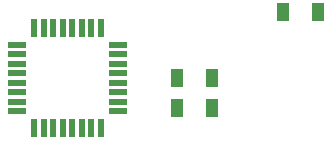
<source format=gtp>
G04 #@! TF.GenerationSoftware,KiCad,Pcbnew,(5.0.1)-3*
G04 #@! TF.CreationDate,2018-10-30T14:33:32-04:00*
G04 #@! TF.ProjectId,GCEW Motor Controller MCU,47434557204D6F746F7220436F6E7472,rev?*
G04 #@! TF.SameCoordinates,Original*
G04 #@! TF.FileFunction,Paste,Top*
G04 #@! TF.FilePolarity,Positive*
%FSLAX46Y46*%
G04 Gerber Fmt 4.6, Leading zero omitted, Abs format (unit mm)*
G04 Created by KiCad (PCBNEW (5.0.1)-3) date 10/30/2018 2:33:32 PM*
%MOMM*%
%LPD*%
G01*
G04 APERTURE LIST*
%ADD10R,1.000000X1.600000*%
%ADD11R,0.550000X1.600000*%
%ADD12R,1.600000X0.550000*%
G04 APERTURE END LIST*
D10*
G04 #@! TO.C,C1*
X177750000Y-93000000D03*
X174750000Y-93000000D03*
G04 #@! TD*
G04 #@! TO.C,C3*
X183725000Y-87450000D03*
X186725000Y-87450000D03*
G04 #@! TD*
G04 #@! TO.C,C2*
X177750000Y-95500000D03*
X174750000Y-95500000D03*
G04 #@! TD*
D11*
G04 #@! TO.C,U1*
X162700000Y-88750000D03*
X163500000Y-88750000D03*
X164300000Y-88750000D03*
X165100000Y-88750000D03*
X165900000Y-88750000D03*
X166700000Y-88750000D03*
X167500000Y-88750000D03*
X168300000Y-88750000D03*
D12*
X169750000Y-90200000D03*
X169750000Y-91000000D03*
X169750000Y-91800000D03*
X169750000Y-92600000D03*
X169750000Y-93400000D03*
X169750000Y-94200000D03*
X169750000Y-95000000D03*
X169750000Y-95800000D03*
D11*
X168300000Y-97250000D03*
X167500000Y-97250000D03*
X166700000Y-97250000D03*
X165900000Y-97250000D03*
X165100000Y-97250000D03*
X164300000Y-97250000D03*
X163500000Y-97250000D03*
X162700000Y-97250000D03*
D12*
X161250000Y-95800000D03*
X161250000Y-95000000D03*
X161250000Y-94200000D03*
X161250000Y-93400000D03*
X161250000Y-92600000D03*
X161250000Y-91800000D03*
X161250000Y-91000000D03*
X161250000Y-90200000D03*
G04 #@! TD*
M02*

</source>
